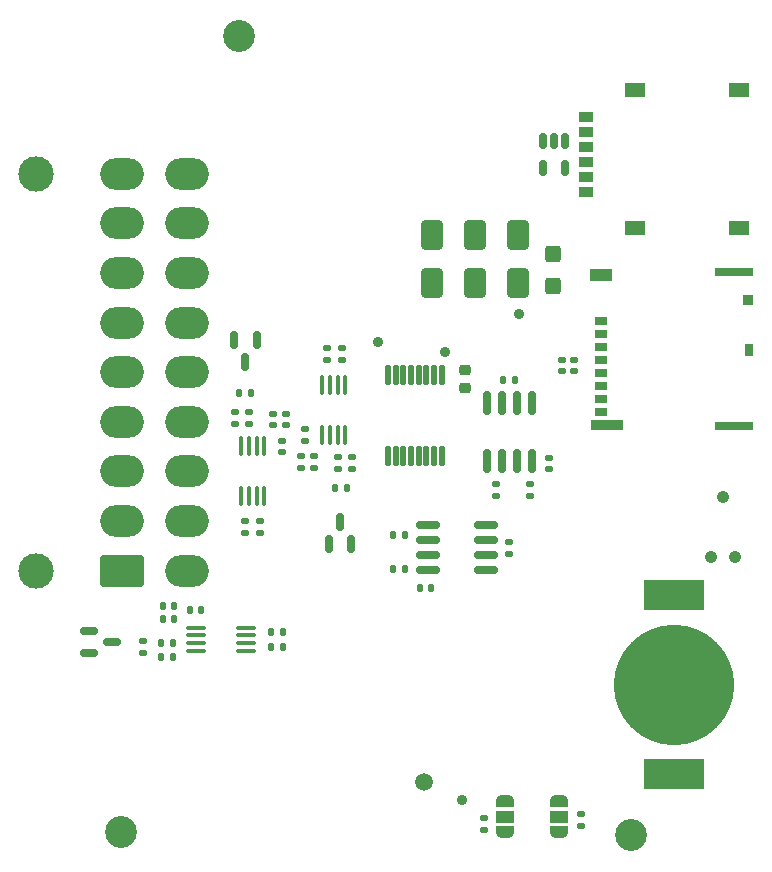
<source format=gbr>
%TF.GenerationSoftware,KiCad,Pcbnew,7.0.2*%
%TF.CreationDate,2023-12-18T14:08:35+03:00*%
%TF.ProjectId,BIM_PCB,42494d5f-5043-4422-9e6b-696361645f70,rev?*%
%TF.SameCoordinates,Original*%
%TF.FileFunction,Soldermask,Bot*%
%TF.FilePolarity,Negative*%
%FSLAX46Y46*%
G04 Gerber Fmt 4.6, Leading zero omitted, Abs format (unit mm)*
G04 Created by KiCad (PCBNEW 7.0.2) date 2023-12-18 14:08:35*
%MOMM*%
%LPD*%
G01*
G04 APERTURE LIST*
G04 Aperture macros list*
%AMRoundRect*
0 Rectangle with rounded corners*
0 $1 Rounding radius*
0 $2 $3 $4 $5 $6 $7 $8 $9 X,Y pos of 4 corners*
0 Add a 4 corners polygon primitive as box body*
4,1,4,$2,$3,$4,$5,$6,$7,$8,$9,$2,$3,0*
0 Add four circle primitives for the rounded corners*
1,1,$1+$1,$2,$3*
1,1,$1+$1,$4,$5*
1,1,$1+$1,$6,$7*
1,1,$1+$1,$8,$9*
0 Add four rect primitives between the rounded corners*
20,1,$1+$1,$2,$3,$4,$5,0*
20,1,$1+$1,$4,$5,$6,$7,0*
20,1,$1+$1,$6,$7,$8,$9,0*
20,1,$1+$1,$8,$9,$2,$3,0*%
%AMFreePoly0*
4,1,19,0.550000,-0.750000,0.000000,-0.750000,0.000000,-0.744911,-0.071157,-0.744911,-0.207708,-0.704816,-0.327430,-0.627875,-0.420627,-0.520320,-0.479746,-0.390866,-0.500000,-0.250000,-0.500000,0.250000,-0.479746,0.390866,-0.420627,0.520320,-0.327430,0.627875,-0.207708,0.704816,-0.071157,0.744911,0.000000,0.744911,0.000000,0.750000,0.550000,0.750000,0.550000,-0.750000,0.550000,-0.750000,
$1*%
%AMFreePoly1*
4,1,19,0.000000,0.744911,0.071157,0.744911,0.207708,0.704816,0.327430,0.627875,0.420627,0.520320,0.479746,0.390866,0.500000,0.250000,0.500000,-0.250000,0.479746,-0.390866,0.420627,-0.520320,0.327430,-0.627875,0.207708,-0.704816,0.071157,-0.744911,0.000000,-0.744911,0.000000,-0.750000,-0.550000,-0.750000,-0.550000,0.750000,0.000000,0.750000,0.000000,0.744911,0.000000,0.744911,
$1*%
G04 Aperture macros list end*
%ADD10C,1.067000*%
%ADD11C,2.700000*%
%ADD12C,3.000000*%
%ADD13RoundRect,0.250001X1.599999X-1.099999X1.599999X1.099999X-1.599999X1.099999X-1.599999X-1.099999X0*%
%ADD14O,3.700000X2.700000*%
%ADD15RoundRect,0.135000X0.135000X0.185000X-0.135000X0.185000X-0.135000X-0.185000X0.135000X-0.185000X0*%
%ADD16RoundRect,0.135000X-0.185000X0.135000X-0.185000X-0.135000X0.185000X-0.135000X0.185000X0.135000X0*%
%ADD17RoundRect,0.140000X0.140000X0.170000X-0.140000X0.170000X-0.140000X-0.170000X0.140000X-0.170000X0*%
%ADD18C,0.900000*%
%ADD19RoundRect,0.135000X0.185000X-0.135000X0.185000X0.135000X-0.185000X0.135000X-0.185000X-0.135000X0*%
%ADD20FreePoly0,270.000000*%
%ADD21R,1.500000X1.000000*%
%ADD22FreePoly1,270.000000*%
%ADD23R,1.100000X0.700000*%
%ADD24R,3.330000X0.700000*%
%ADD25R,1.830000X1.140000*%
%ADD26R,0.930000X0.900000*%
%ADD27R,2.800000X0.860000*%
%ADD28R,0.780000X1.050000*%
%ADD29RoundRect,0.140000X-0.170000X0.140000X-0.170000X-0.140000X0.170000X-0.140000X0.170000X0.140000X0*%
%ADD30RoundRect,0.140000X0.170000X-0.140000X0.170000X0.140000X-0.170000X0.140000X-0.170000X-0.140000X0*%
%ADD31RoundRect,0.100000X0.712500X0.100000X-0.712500X0.100000X-0.712500X-0.100000X0.712500X-0.100000X0*%
%ADD32RoundRect,0.250000X0.650000X-1.000000X0.650000X1.000000X-0.650000X1.000000X-0.650000X-1.000000X0*%
%ADD33RoundRect,0.140000X-0.140000X-0.170000X0.140000X-0.170000X0.140000X0.170000X-0.140000X0.170000X0*%
%ADD34R,5.100000X2.500000*%
%ADD35C,10.200000*%
%ADD36RoundRect,0.125000X0.125000X-0.762500X0.125000X0.762500X-0.125000X0.762500X-0.125000X-0.762500X0*%
%ADD37C,1.500000*%
%ADD38RoundRect,0.150000X-0.587500X-0.150000X0.587500X-0.150000X0.587500X0.150000X-0.587500X0.150000X0*%
%ADD39RoundRect,0.135000X-0.135000X-0.185000X0.135000X-0.185000X0.135000X0.185000X-0.135000X0.185000X0*%
%ADD40RoundRect,0.150000X-0.150000X0.587500X-0.150000X-0.587500X0.150000X-0.587500X0.150000X0.587500X0*%
%ADD41RoundRect,0.250000X0.425000X-0.450000X0.425000X0.450000X-0.425000X0.450000X-0.425000X-0.450000X0*%
%ADD42RoundRect,0.150000X0.150000X-0.587500X0.150000X0.587500X-0.150000X0.587500X-0.150000X-0.587500X0*%
%ADD43RoundRect,0.150000X-0.150000X0.825000X-0.150000X-0.825000X0.150000X-0.825000X0.150000X0.825000X0*%
%ADD44RoundRect,0.150000X-0.150000X0.512500X-0.150000X-0.512500X0.150000X-0.512500X0.150000X0.512500X0*%
%ADD45R,1.200000X0.900000*%
%ADD46R,1.800000X1.300000*%
%ADD47RoundRect,0.225000X-0.250000X0.225000X-0.250000X-0.225000X0.250000X-0.225000X0.250000X0.225000X0*%
%ADD48RoundRect,0.100000X0.100000X-0.712500X0.100000X0.712500X-0.100000X0.712500X-0.100000X-0.712500X0*%
%ADD49RoundRect,0.150000X0.825000X0.150000X-0.825000X0.150000X-0.825000X-0.150000X0.825000X-0.150000X0*%
%ADD50RoundRect,0.250000X-0.650000X1.000000X-0.650000X-1.000000X0.650000X-1.000000X0.650000X1.000000X0*%
%ADD51RoundRect,0.100000X-0.100000X0.712500X-0.100000X-0.712500X0.100000X-0.712500X0.100000X0.712500X0*%
G04 APERTURE END LIST*
D10*
%TO.C,J3*%
X91629000Y-99650000D03*
X92645000Y-104730000D03*
X90613000Y-104730000D03*
%TD*%
D11*
%TO.C,H3*%
X83800000Y-128250000D03*
%TD*%
%TO.C,H4*%
X40600000Y-128000000D03*
%TD*%
%TO.C,H2*%
X50600000Y-60600000D03*
%TD*%
D12*
%TO.C,J1*%
X33450000Y-105850000D03*
X33450000Y-72250000D03*
D13*
X40750000Y-105850000D03*
D14*
X40750000Y-101650000D03*
X40750000Y-97450000D03*
X40750000Y-93250000D03*
X40750000Y-89050000D03*
X40750000Y-84850000D03*
X40750000Y-80650000D03*
X40750000Y-76450000D03*
X40750000Y-72250000D03*
X46250000Y-105850000D03*
X46250000Y-101650000D03*
X46250000Y-97450000D03*
X46250000Y-93250000D03*
X46250000Y-89050000D03*
X46250000Y-84850000D03*
X46250000Y-80650000D03*
X46250000Y-76450000D03*
X46250000Y-72250000D03*
%TD*%
D15*
%TO.C,R64*%
X45080000Y-111975000D03*
X44060000Y-111975000D03*
%TD*%
D16*
%TO.C,R58*%
X59325000Y-86990000D03*
X59325000Y-88010000D03*
%TD*%
D17*
%TO.C,C50*%
X45150000Y-109975000D03*
X44190000Y-109975000D03*
%TD*%
D18*
%TO.C,TP7*%
X69475000Y-125300000D03*
%TD*%
D16*
%TO.C,R31*%
X52374999Y-101677500D03*
X52374999Y-102697500D03*
%TD*%
D19*
%TO.C,R3*%
X71362500Y-127774762D03*
X71362500Y-126754762D03*
%TD*%
D15*
%TO.C,R38*%
X51685001Y-90837500D03*
X50665001Y-90837500D03*
%TD*%
D20*
%TO.C,JP1*%
X73162500Y-125364762D03*
D21*
X73162500Y-126664762D03*
D22*
X73162500Y-127964762D03*
%TD*%
D23*
%TO.C,J4*%
X81250000Y-84700000D03*
X81250000Y-85800000D03*
X81250000Y-86900000D03*
X81250000Y-88000000D03*
X81250000Y-89100000D03*
X81250000Y-90200000D03*
X81250000Y-91300000D03*
X81250000Y-92400000D03*
D24*
X92515000Y-80600000D03*
D25*
X81265000Y-80820000D03*
D26*
X93715000Y-82910000D03*
D27*
X81750000Y-93480000D03*
D24*
X92515000Y-93560000D03*
D28*
X93790000Y-87175000D03*
%TD*%
D15*
%TO.C,R44*%
X64710000Y-102825000D03*
X63690000Y-102825000D03*
%TD*%
D29*
%TO.C,C44*%
X76900000Y-96319999D03*
X76900000Y-97279999D03*
%TD*%
D30*
%TO.C,C31*%
X53475000Y-93517500D03*
X53475000Y-92557500D03*
%TD*%
D31*
%TO.C,U19*%
X51182500Y-110675000D03*
X51182500Y-111325000D03*
X51182500Y-111975000D03*
X51182500Y-112625000D03*
X46957500Y-112625000D03*
X46957500Y-111975000D03*
X46957500Y-111325000D03*
X46957500Y-110675000D03*
%TD*%
D18*
%TO.C,SIM_I2C_SCL1*%
X68100000Y-87350000D03*
%TD*%
D32*
%TO.C,D10*%
X66975000Y-81450000D03*
X66975000Y-77450000D03*
%TD*%
D33*
%TO.C,C51*%
X46490000Y-109175000D03*
X47450000Y-109175000D03*
%TD*%
D16*
%TO.C,R4*%
X79612500Y-126464762D03*
X79612500Y-127484762D03*
%TD*%
D34*
%TO.C,BT1*%
X87500000Y-107900000D03*
X87500000Y-123100000D03*
D35*
X87500000Y-115500000D03*
%TD*%
D16*
%TO.C,R59*%
X75300000Y-98490000D03*
X75300000Y-99510000D03*
%TD*%
D29*
%TO.C,C21*%
X77990000Y-88000000D03*
X77990000Y-88960000D03*
%TD*%
D17*
%TO.C,C49*%
X45150000Y-108875000D03*
X44190000Y-108875000D03*
%TD*%
D19*
%TO.C,R39*%
X51475001Y-93447500D03*
X51475001Y-92427500D03*
%TD*%
D16*
%TO.C,R12*%
X58975000Y-96240000D03*
X58975000Y-97260000D03*
%TD*%
D18*
%TO.C,SIM_I2C_SDA1*%
X62375000Y-86525000D03*
%TD*%
D36*
%TO.C,U15*%
X67800000Y-96112500D03*
X67150000Y-96112500D03*
X66500000Y-96112500D03*
X65850000Y-96112500D03*
X65200000Y-96112500D03*
X64550000Y-96112500D03*
X63900000Y-96112500D03*
X63250000Y-96112500D03*
X63250000Y-89287500D03*
X63900000Y-89287500D03*
X64550000Y-89287500D03*
X65200000Y-89287500D03*
X65850000Y-89287500D03*
X66500000Y-89287500D03*
X67150000Y-89287500D03*
X67800000Y-89287500D03*
%TD*%
D29*
%TO.C,C24*%
X55875000Y-96170000D03*
X55875000Y-97130000D03*
%TD*%
D37*
%TO.C,TP9*%
X66250000Y-123750000D03*
%TD*%
D16*
%TO.C,R10*%
X60175000Y-96240000D03*
X60175000Y-97260000D03*
%TD*%
D30*
%TO.C,C30*%
X54575000Y-93517500D03*
X54575000Y-92557500D03*
%TD*%
D38*
%TO.C,D18*%
X37970000Y-112825000D03*
X37970000Y-110925000D03*
X39845000Y-111875000D03*
%TD*%
D19*
%TO.C,R9*%
X58075000Y-88010000D03*
X58075000Y-86990000D03*
%TD*%
D32*
%TO.C,D12*%
X74250000Y-81450000D03*
X74250000Y-77450000D03*
%TD*%
D39*
%TO.C,R61*%
X53310000Y-111075000D03*
X54330000Y-111075000D03*
%TD*%
D20*
%TO.C,JP2*%
X77762500Y-125364762D03*
D21*
X77762500Y-126664762D03*
D22*
X77762500Y-127964762D03*
%TD*%
D17*
%TO.C,C43*%
X73980000Y-89700000D03*
X73020000Y-89700000D03*
%TD*%
D15*
%TO.C,R65*%
X54330000Y-112325000D03*
X53310000Y-112325000D03*
%TD*%
D29*
%TO.C,C25*%
X56975000Y-96170000D03*
X56975000Y-97130000D03*
%TD*%
D40*
%TO.C,D9*%
X50225000Y-86287500D03*
X52125000Y-86287500D03*
X51175000Y-88162500D03*
%TD*%
D15*
%TO.C,R43*%
X64710000Y-105725000D03*
X63690000Y-105725000D03*
%TD*%
D41*
%TO.C,C28*%
X77250000Y-81750000D03*
X77250000Y-79050000D03*
%TD*%
D42*
%TO.C,D15*%
X60125000Y-103587500D03*
X58225000Y-103587500D03*
X59175000Y-101712500D03*
%TD*%
D43*
%TO.C,U13*%
X71595000Y-91625000D03*
X72865000Y-91625000D03*
X74135000Y-91625000D03*
X75405000Y-91625000D03*
X75405000Y-96575000D03*
X74135000Y-96575000D03*
X72865000Y-96575000D03*
X71595000Y-96575000D03*
%TD*%
D19*
%TO.C,R37*%
X50275001Y-93447500D03*
X50275001Y-92427500D03*
%TD*%
D18*
%TO.C,SIM_PWR1*%
X74350000Y-84150000D03*
%TD*%
D44*
%TO.C,D4*%
X76350000Y-69462500D03*
X77300000Y-69462500D03*
X78250000Y-69462500D03*
X78250000Y-71737500D03*
X76350000Y-71737500D03*
%TD*%
D30*
%TO.C,C42*%
X56175000Y-94830000D03*
X56175000Y-93870000D03*
%TD*%
D45*
%TO.C,J2*%
X80050000Y-67400000D03*
X80050000Y-69940000D03*
X80050000Y-72480000D03*
X80050000Y-68670000D03*
X80050000Y-71210000D03*
X80050000Y-73750000D03*
D46*
X92950000Y-65150000D03*
X84150000Y-65150000D03*
X92940000Y-76870000D03*
X84140000Y-76870000D03*
%TD*%
D47*
%TO.C,C46*%
X69725000Y-88825000D03*
X69725000Y-90375000D03*
%TD*%
D30*
%TO.C,C40*%
X73500000Y-104405000D03*
X73500000Y-103445000D03*
%TD*%
D17*
%TO.C,C41*%
X66880000Y-107325000D03*
X65920000Y-107325000D03*
%TD*%
D39*
%TO.C,R11*%
X58765000Y-98850000D03*
X59785000Y-98850000D03*
%TD*%
D19*
%TO.C,R32*%
X51125000Y-102697500D03*
X51125000Y-101677500D03*
%TD*%
D48*
%TO.C,U5*%
X52775000Y-99550000D03*
X52125000Y-99550000D03*
X51475000Y-99550000D03*
X50825000Y-99550000D03*
X50825000Y-95325000D03*
X51475000Y-95325000D03*
X52125000Y-95325000D03*
X52775000Y-95325000D03*
%TD*%
D49*
%TO.C,U9*%
X71575000Y-102020000D03*
X71575000Y-103290000D03*
X71575000Y-104560000D03*
X71575000Y-105830000D03*
X66625000Y-105830000D03*
X66625000Y-104560000D03*
X66625000Y-103290000D03*
X66625000Y-102020000D03*
%TD*%
D16*
%TO.C,R63*%
X42470000Y-111765000D03*
X42470000Y-112785000D03*
%TD*%
%TO.C,R60*%
X72400001Y-98490000D03*
X72400001Y-99510000D03*
%TD*%
D50*
%TO.C,D11*%
X70575000Y-77450000D03*
X70575000Y-81450000D03*
%TD*%
D15*
%TO.C,R62*%
X45080000Y-113175000D03*
X44060000Y-113175000D03*
%TD*%
D29*
%TO.C,C32*%
X54275000Y-94857500D03*
X54275000Y-95817500D03*
%TD*%
%TO.C,C22*%
X79000000Y-88000000D03*
X79000000Y-88960000D03*
%TD*%
D51*
%TO.C,U11*%
X57675000Y-90137500D03*
X58325000Y-90137500D03*
X58975000Y-90137500D03*
X59625000Y-90137500D03*
X59625000Y-94362500D03*
X58975000Y-94362500D03*
X58325000Y-94362500D03*
X57675000Y-94362500D03*
%TD*%
M02*

</source>
